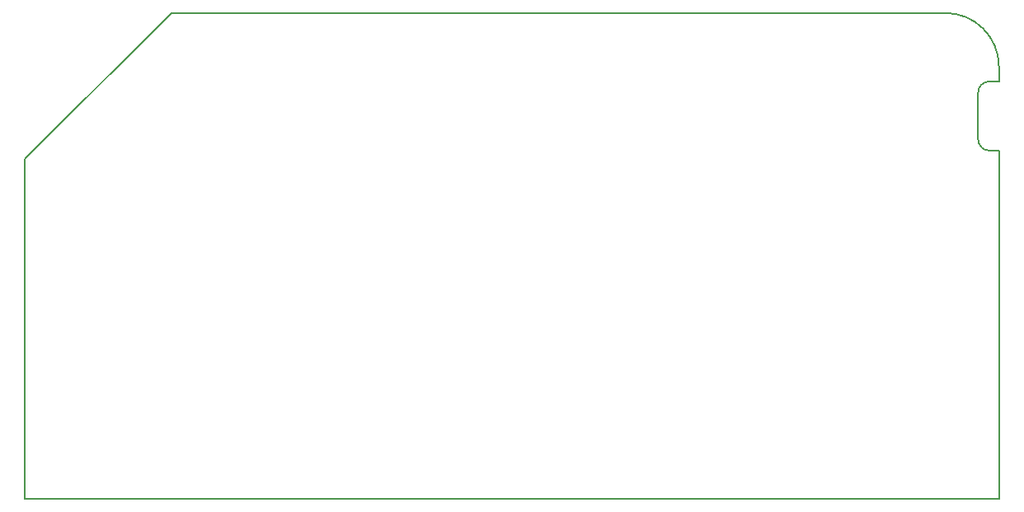
<source format=gbr>
%TF.GenerationSoftware,KiCad,Pcbnew,9.0.1+1*%
%TF.CreationDate,2025-08-28T08:19:00+00:00*%
%TF.ProjectId,rcbus-ymf262,72636275-732d-4796-9d66-3236322e6b69,@version@*%
%TF.SameCoordinates,Original*%
%TF.FileFunction,Profile,NP*%
%FSLAX46Y46*%
G04 Gerber Fmt 4.6, Leading zero omitted, Abs format (unit mm)*
G04 Created by KiCad (PCBNEW 9.0.1+1) date 2025-08-28 08:19:00*
%MOMM*%
%LPD*%
G01*
G04 APERTURE LIST*
%TA.AperFunction,Profile*%
%ADD10C,0.150000*%
%TD*%
G04 APERTURE END LIST*
D10*
X158369000Y-122682000D02*
X158369000Y-127508000D01*
X160500000Y-121539000D02*
X160500000Y-120000000D01*
X155000000Y-114500000D02*
X75500000Y-114500000D01*
X155000000Y-114500000D02*
G75*
G02*
X160500000Y-120000000I0J-5500000D01*
G01*
X160500000Y-121539000D02*
X159512000Y-121539000D01*
X160500000Y-128651000D02*
X159512000Y-128651000D01*
X60500000Y-129500000D02*
X75500000Y-114500000D01*
X60500000Y-129500000D02*
X60500000Y-164500000D01*
X159512000Y-128651000D02*
G75*
G02*
X158369000Y-127508000I0J1143000D01*
G01*
X160500000Y-164500000D02*
X160500000Y-128651000D01*
X60500000Y-164500000D02*
X160500000Y-164500000D01*
X158369000Y-122682000D02*
G75*
G02*
X159512000Y-121539000I1143000J0D01*
G01*
M02*

</source>
